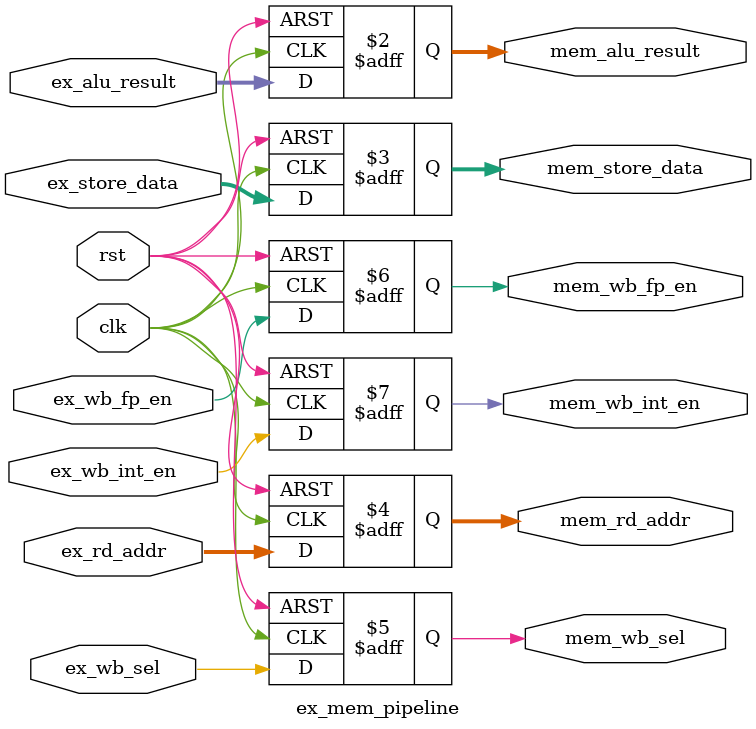
<source format=v>
module ex_mem_pipeline (
    input  wire        clk,
    input  wire        rst,

    // ===== DATA from EX =====
    input  wire [31:0] ex_alu_result,
    input  wire [31:0] ex_store_data,
    input  wire [4:0]  ex_rd_addr,

    // ===== CONTROL =====
    input  wire        ex_wb_sel,
    input  wire        ex_wb_fp_en,
    input  wire        ex_wb_int_en,

    // ===== OUTPUTS to MEM =====
    output reg  [31:0] mem_alu_result,
    output reg  [31:0] mem_store_data,
    output reg  [4:0]  mem_rd_addr,

    output reg         mem_wb_sel,
    output reg         mem_wb_fp_en,
    output reg         mem_wb_int_en
);

always @(posedge clk or posedge rst) begin
    if (rst) begin
        mem_alu_result <= 0;
        mem_store_data <= 0;
        mem_rd_addr    <= 0;
        mem_wb_sel     <= 0;
        mem_wb_fp_en   <= 0;
        mem_wb_int_en  <= 0;
    end else begin
        mem_alu_result <= ex_alu_result;
        mem_store_data <= ex_store_data;
        mem_rd_addr    <= ex_rd_addr;

        mem_wb_sel     <= ex_wb_sel;
        mem_wb_fp_en   <= ex_wb_fp_en;
        mem_wb_int_en  <= ex_wb_int_en;
    end
end

endmodule


</source>
